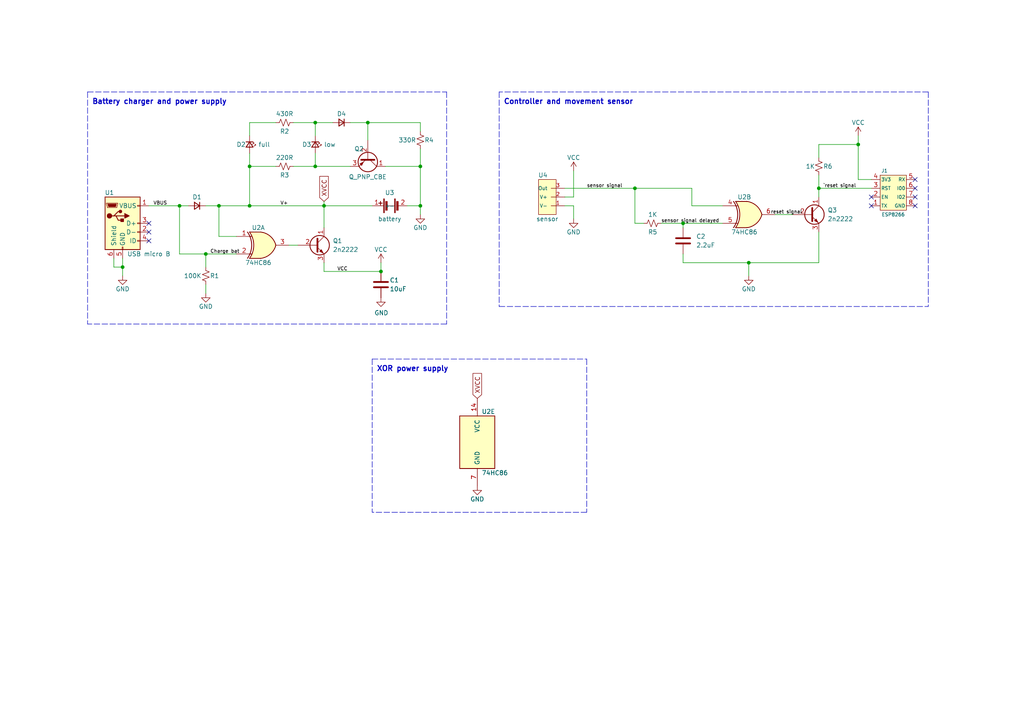
<source format=kicad_sch>
(kicad_sch (version 20211123) (generator eeschema)
  (paper "A4")
  (title_block (title "Movement sensor") (date "2022-08-06") (rev "v1.0") (company "Guillermo"))
  (lib_symbols
    (symbol "74xx:74HC86" (pin_names (offset 1.016))
      (property "Reference" "U" (at 0 1.27 0))
      (property "Value" "74HC86" (at 0 -1.27 0))
      (symbol "74HC86_1_0"
        (arc (start -4.4196 -3.81) (mid -3.2033 0) (end -4.4196 3.81) (stroke (width 0.254)))
        (arc (start -3.81 -3.81) (mid -2.589 0) (end -3.81 3.81) (stroke (width 0.254)))
        (arc (start -0.6096 -3.81) (mid 2.1842 -2.5851) (end 3.81 0) (stroke (width 0.254)) (fill (type background)))
        (polyline (pts (xy -3.81 -3.81) (xy -0.635 -3.81)) (stroke (width 0.254)) (fill (type background)))
        (polyline (pts (xy -3.81 3.81) (xy -0.635 3.81)) (stroke (width 0.254)) (fill (type background)))
        (polyline (pts (xy -0.635 3.81) (xy -3.81 3.81) (xy -3.81 3.81) (xy -3.556 3.4036) (xy -3.0226 2.2606) (xy -2.6924 1.0414) (xy -2.6162 -0.254) (xy -2.7686 -1.4986) (xy -3.175 -2.7178) (xy -3.81 -3.81) (xy -3.81 -3.81) (xy -0.635 -3.81)) (stroke (width -25.4)) (fill (type background)))
        (arc (start 3.81 0) (mid 2.1915 2.5936) (end -0.6096 3.81) (stroke (width 0.254)) (fill (type background)))
        (pin input line (at -7.62 2.54 0) (length 4.445) (name "~") (number "1"))
        (pin input line (at -7.62 -2.54 0) (length 4.445) (name "~") (number "2"))
        (pin output line (at 7.62 0 180) (length 3.81) (name "~") (number "3"))
      )
      (symbol "74HC86_1_1"
        (polyline (pts (xy -3.81 -2.54) (xy -3.175 -2.54)) (stroke (width 0.1524)))
        (polyline (pts (xy -3.81 2.54) (xy -3.175 2.54)) (stroke (width 0.1524)))
      )
      (symbol "74HC86_2_0"
        (arc (start -4.4196 -3.81) (mid -3.2033 0) (end -4.4196 3.81) (stroke (width 0.254)))
        (arc (start -3.81 -3.81) (mid -2.589 0) (end -3.81 3.81) (stroke (width 0.254)))
        (arc (start -0.6096 -3.81) (mid 2.1842 -2.5851) (end 3.81 0) (stroke (width 0.254)) (fill (type background)))
        (polyline (pts (xy -3.81 -3.81) (xy -0.635 -3.81)) (stroke (width 0.254)) (fill (type background)))
        (polyline (pts (xy -3.81 3.81) (xy -0.635 3.81)) (stroke (width 0.254)) (fill (type background)))
        (polyline (pts (xy -0.635 3.81) (xy -3.81 3.81) (xy -3.81 3.81) (xy -3.556 3.4036) (xy -3.0226 2.2606) (xy -2.6924 1.0414) (xy -2.6162 -0.254) (xy -2.7686 -1.4986) (xy -3.175 -2.7178) (xy -3.81 -3.81) (xy -3.81 -3.81) (xy -0.635 -3.81)) (stroke (width -25.4)) (fill (type background)))
        (arc (start 3.81 0) (mid 2.1915 2.5936) (end -0.6096 3.81) (stroke (width 0.254)) (fill (type background)))
        (pin input line (at -7.62 2.54 0) (length 4.445) (name "~") (number "4"))
        (pin input line (at -7.62 -2.54 0) (length 4.445) (name "~") (number "5"))
        (pin output line (at 7.62 0 180) (length 3.81) (name "~") (number "6"))
      )
      (symbol "74HC86_2_1"
        (polyline (pts (xy -3.81 -2.54) (xy -3.175 -2.54)) (stroke (width 0.1524)))
        (polyline (pts (xy -3.81 2.54) (xy -3.175 2.54)) (stroke (width 0.1524)))
      )
      (symbol "74HC86_3_0"
        (arc (start -4.4196 -3.81) (mid -3.2033 0) (end -4.4196 3.81) (stroke (width 0.254)))
        (arc (start -3.81 -3.81) (mid -2.589 0) (end -3.81 3.81) (stroke (width 0.254)))
        (arc (start -0.6096 -3.81) (mid 2.1842 -2.5851) (end 3.81 0) (stroke (width 0.254)) (fill (type background)))
        (polyline (pts (xy -3.81 -3.81) (xy -0.635 -3.81)) (stroke (width 0.254)) (fill (type background)))
        (polyline (pts (xy -3.81 3.81) (xy -0.635 3.81)) (stroke (width 0.254)) (fill (type background)))
        (polyline (pts (xy -0.635 3.81) (xy -3.81 3.81) (xy -3.81 3.81) (xy -3.556 3.4036) (xy -3.0226 2.2606) (xy -2.6924 1.0414) (xy -2.6162 -0.254) (xy -2.7686 -1.4986) (xy -3.175 -2.7178) (xy -3.81 -3.81) (xy -3.81 -3.81) (xy -0.635 -3.81)) (stroke (width -25.4)) (fill (type background)))
        (arc (start 3.81 0) (mid 2.1915 2.5936) (end -0.6096 3.81) (stroke (width 0.254)) (fill (type background)))
        (pin input line (at -7.62 -2.54 0) (length 4.445) (name "~") (number "10"))
        (pin output line (at 7.62 0 180) (length 3.81) (name "~") (number "8"))
        (pin input line (at -7.62 2.54 0) (length 4.445) (name "~") (number "9"))
      )
      (symbol "74HC86_3_1"
        (polyline (pts (xy -3.81 -2.54) (xy -3.175 -2.54)) (stroke (width 0.1524)))
        (polyline (pts (xy -3.81 2.54) (xy -3.175 2.54)) (stroke (width 0.1524)))
      )
      (symbol "74HC86_4_0"
        (arc (start -4.4196 -3.81) (mid -3.2033 0) (end -4.4196 3.81) (stroke (width 0.254)))
        (arc (start -3.81 -3.81) (mid -2.589 0) (end -3.81 3.81) (stroke (width 0.254)))
        (arc (start -0.6096 -3.81) (mid 2.1842 -2.5851) (end 3.81 0) (stroke (width 0.254)) (fill (type background)))
        (polyline (pts (xy -3.81 -3.81) (xy -0.635 -3.81)) (stroke (width 0.254)) (fill (type background)))
        (polyline (pts (xy -3.81 3.81) (xy -0.635 3.81)) (stroke (width 0.254)) (fill (type background)))
        (polyline (pts (xy -0.635 3.81) (xy -3.81 3.81) (xy -3.81 3.81) (xy -3.556 3.4036) (xy -3.0226 2.2606) (xy -2.6924 1.0414) (xy -2.6162 -0.254) (xy -2.7686 -1.4986) (xy -3.175 -2.7178) (xy -3.81 -3.81) (xy -3.81 -3.81) (xy -0.635 -3.81)) (stroke (width -25.4)) (fill (type background)))
        (arc (start 3.81 0) (mid 2.1915 2.5936) (end -0.6096 3.81) (stroke (width 0.254)) (fill (type background)))
        (pin output line (at 7.62 0 180) (length 3.81) (name "~") (number "11"))
        (pin input line (at -7.62 2.54 0) (length 4.445) (name "~") (number "12"))
        (pin input line (at -7.62 -2.54 0) (length 4.445) (name "~") (number "13"))
      )
      (symbol "74HC86_4_1"
        (polyline (pts (xy -3.81 -2.54) (xy -3.175 -2.54)) (stroke (width 0.1524)))
        (polyline (pts (xy -3.81 2.54) (xy -3.175 2.54)) (stroke (width 0.1524)))
      )
      (symbol "74HC86_5_0"
        (pin power_in line (at 0 12.7 270) (length 5.08) (name "VCC") (number "14"))
        (pin power_in line (at 0 -12.7 90) (length 5.08) (name "GND") (number "7"))
      )
      (symbol "74HC86_5_1"
        (rectangle (start -5.08 7.62) (end 5.08 -7.62) (stroke (width 0.254)) (fill (type background)))
      )
    )
    (symbol "Device:C" (pin_numbers hide) (pin_names (offset 0.254))
      (property "Reference" "C" (at 0.635 2.54 0))
      (property "Value" "C" (at 0.635 -2.54 0))
      (symbol "C_0_1"
        (polyline (pts (xy -2.032 -0.762) (xy 2.032 -0.762)) (stroke (width 0.508)))
        (polyline (pts (xy -2.032 0.762) (xy 2.032 0.762)) (stroke (width 0.508)))
      )
      (symbol "C_1_1"
        (pin passive line (at 0 3.81 270) (length 2.794) (name "~") (number "1"))
        (pin passive line (at 0 -3.81 90) (length 2.794) (name "~") (number "2"))
      )
    )
    (symbol "Device:D_Small" (pin_numbers hide) (pin_names (offset 0.254) hide)
      (property "Reference" "D" (at -1.27 2.032 0))
      (property "Value" "D_Small" (at -3.81 -2.032 0))
      (symbol "D_Small_0_1"
        (polyline (pts (xy -0.762 -1.016) (xy -0.762 1.016)) (stroke (width 0.254)))
        (polyline (pts (xy -0.762 0) (xy 0.762 0)))
        (polyline (pts (xy 0.762 -1.016) (xy -0.762 0) (xy 0.762 1.016) (xy 0.762 -1.016)) (stroke (width 0.254)))
      )
      (symbol "D_Small_1_1"
        (pin passive line (at -2.54 0 0) (length 1.778) (name "K") (number "1"))
        (pin passive line (at 2.54 0 180) (length 1.778) (name "A") (number "2"))
      )
    )
    (symbol "Device:LED_Small" (pin_numbers hide) (pin_names (offset 0.254) hide)
      (property "Reference" "D" (at -1.27 3.175 0))
      (property "Value" "LED_Small" (at -4.445 -2.54 0))
      (symbol "LED_Small_0_1"
        (polyline (pts (xy -0.762 -1.016) (xy -0.762 1.016)) (stroke (width 0.254)))
        (polyline (pts (xy 1.016 0) (xy -0.762 0)))
        (polyline (pts (xy 0.762 -1.016) (xy -0.762 0) (xy 0.762 1.016) (xy 0.762 -1.016)) (stroke (width 0.254)))
        (polyline (pts (xy 0 0.762) (xy -0.508 1.27) (xy -0.254 1.27) (xy -0.508 1.27) (xy -0.508 1.016)))
        (polyline (pts (xy 0.508 1.27) (xy 0 1.778) (xy 0.254 1.778) (xy 0 1.778) (xy 0 1.524)))
      )
      (symbol "LED_Small_1_1"
        (pin passive line (at -2.54 0 0) (length 1.778) (name "K") (number "1"))
        (pin passive line (at 2.54 0 180) (length 1.778) (name "A") (number "2"))
      )
    )
    (symbol "Device:Q_NPN_CBE" (pin_names (offset 0) hide)
      (property "Reference" "Q" (at 5.08 1.27 0))
      (property "Value" "Q_NPN_CBE" (at 5.08 -1.27 0))
      (symbol "Q_NPN_CBE_0_1"
        (polyline (pts (xy 0.635 0.635) (xy 2.54 2.54)))
        (polyline (pts (xy 0.635 -0.635) (xy 2.54 -2.54) (xy 2.54 -2.54)))
        (polyline (pts (xy 0.635 1.905) (xy 0.635 -1.905) (xy 0.635 -1.905)) (stroke (width 0.508)))
        (polyline (pts (xy 1.27 -1.778) (xy 1.778 -1.27) (xy 2.286 -2.286) (xy 1.27 -1.778) (xy 1.27 -1.778)) (fill (type outline)))
        (circle (center 1.27 0) (radius 2.8194) (stroke (width 0.254)))
      )
      (symbol "Q_NPN_CBE_1_1"
        (pin passive line (at 2.54 5.08 270) (length 2.54) (name "C") (number "1"))
        (pin input line (at -5.08 0 0) (length 5.715) (name "B") (number "2"))
        (pin passive line (at 2.54 -5.08 90) (length 2.54) (name "E") (number "3"))
      )
    )
    (symbol "Device:Q_PNP_CBE" (pin_names (offset 0) hide)
      (property "Reference" "Q" (at 5.08 1.27 0))
      (property "Value" "Q_PNP_CBE" (at 5.08 -1.27 0))
      (symbol "Q_PNP_CBE_0_1"
        (polyline (pts (xy 0.635 0.635) (xy 2.54 2.54)))
        (polyline (pts (xy 0.635 -0.635) (xy 2.54 -2.54) (xy 2.54 -2.54)))
        (polyline (pts (xy 0.635 1.905) (xy 0.635 -1.905) (xy 0.635 -1.905)) (stroke (width 0.508)))
        (polyline (pts (xy 2.286 -1.778) (xy 1.778 -2.286) (xy 1.27 -1.27) (xy 2.286 -1.778) (xy 2.286 -1.778)) (fill (type outline)))
        (circle (center 1.27 0) (radius 2.8194) (stroke (width 0.254)))
      )
      (symbol "Q_PNP_CBE_1_1"
        (pin passive line (at 2.54 5.08 270) (length 2.54) (name "C") (number "1"))
        (pin input line (at -5.08 0 0) (length 5.715) (name "B") (number "2"))
        (pin passive line (at 2.54 -5.08 90) (length 2.54) (name "E") (number "3"))
      )
    )
    (symbol "Device:R_Small_US" (pin_numbers hide) (pin_names (offset 0.254) hide)
      (property "Reference" "R" (at 0.762 0.508 0))
      (property "Value" "R_Small_US" (at 0.762 -1.016 0))
      (symbol "R_Small_US_1_1"
        (polyline (pts (xy 0 0) (xy 1.016 -0.381) (xy 0 -0.762) (xy -1.016 -1.143) (xy 0 -1.524)))
        (polyline (pts (xy 0 1.524) (xy 1.016 1.143) (xy 0 0.762) (xy -1.016 0.381) (xy 0 0)))
        (pin passive line (at 0 2.54 270) (length 1.016) (name "~") (number "1"))
        (pin passive line (at 0 -2.54 90) (length 1.016) (name "~") (number "2"))
      )
    )
    (symbol "GND_1" (power) (pin_names (offset 0))
      (property "Value" "GND_1" (at 0 -3.81 0))
      (symbol "GND_1_0_1"
        (polyline (pts (xy 0 0) (xy 0 -1.27) (xy 1.27 -1.27) (xy 0 -2.54) (xy -1.27 -1.27) (xy 0 -1.27)))
      )
      (symbol "GND_1_1_1"
        (pin power_in line (at 0 0 270) (length 0) hide (name "GND") (number "1"))
      )
    )
    (symbol "GND_2" (power) (pin_names (offset 0))
      (property "Value" "GND_2" (at 0 -3.81 0))
      (symbol "GND_2_0_1"
        (polyline (pts (xy 0 0) (xy 0 -1.27) (xy 1.27 -1.27) (xy 0 -2.54) (xy -1.27 -1.27) (xy 0 -1.27)))
      )
      (symbol "GND_2_1_1"
        (pin power_in line (at 0 0 270) (length 0) hide (name "GND") (number "1"))
      )
    )
    (symbol "GND_3" (power) (pin_names (offset 0))
      (property "Value" "GND_3" (at 0 -3.81 0))
      (symbol "GND_3_0_1"
        (polyline (pts (xy 0 0) (xy 0 -1.27) (xy 1.27 -1.27) (xy 0 -2.54) (xy -1.27 -1.27) (xy 0 -1.27)))
      )
      (symbol "GND_3_1_1"
        (pin power_in line (at 0 0 270) (length 0) hide (name "GND") (number "1"))
      )
    )
    (symbol "GND_4" (power) (pin_names (offset 0))
      (property "Value" "GND_4" (at 0 -3.81 0))
      (symbol "GND_4_0_1"
        (polyline (pts (xy 0 0) (xy 0 -1.27) (xy 1.27 -1.27) (xy 0 -2.54) (xy -1.27 -1.27) (xy 0 -1.27)))
      )
      (symbol "GND_4_1_1"
        (pin power_in line (at 0 0 270) (length 0) hide (name "GND") (number "1"))
      )
    )
    (symbol "local:ESP8266" (pin_names (offset 0.254))
      (property "Reference" "J" (at -3.0988 6.0198 0))
      (property "Value" "ESP8266" (at 0.6604 -6.1722 0))
      (symbol "ESP8266_0_1"
        (rectangle (start -3.81 5.08) (end 3.81 -5.08) (fill (type background)))
      )
      (symbol "ESP8266_1_1"
        (pin input line (at -6.35 -3.81 0) (length 2.54) (name "TX") (number "1"))
        (pin input line (at -6.35 -1.27 0) (length 2.54) (name "EN") (number "2"))
        (pin input line (at -6.35 1.27 0) (length 2.54) (name "RST") (number "3"))
        (pin input line (at -6.35 3.81 0) (length 2.54) (name "3V3") (number "4"))
        (pin input line (at 6.35 3.81 180) (length 2.54) (name "RX") (number "5"))
        (pin input line (at 6.35 1.27 180) (length 2.54) (name "I00") (number "6"))
        (pin input line (at 6.35 -1.27 180) (length 2.54) (name "I02") (number "7"))
        (pin input line (at 6.35 -3.81 180) (length 2.54) (name "GND") (number "8"))
      )
    )
    (symbol "local:battery" (pin_names (offset 1.016))
      (property "Reference" "U" (at -5.08 0 0))
      (property "Value" "battery" (at 6.35 0 0))
      (symbol "battery_1_1"
        (rectangle (start -2.032 -1.397) (end 2.032 -1.651) (fill (type outline)))
        (rectangle (start -2.032 1.778) (end 2.032 1.524) (fill (type outline)))
        (rectangle (start -1.3208 -1.9812) (end 1.27 -2.4892) (fill (type outline)))
        (rectangle (start -1.3208 1.1938) (end 1.27 0.6858) (fill (type outline)))
        (polyline (pts (xy 0 -1.524) (xy 0 -1.27)))
        (polyline (pts (xy 0 -1.016) (xy 0 -0.762)))
        (polyline (pts (xy 0 -0.508) (xy 0 -0.254)))
        (polyline (pts (xy 0 0) (xy 0 0.254)))
        (polyline (pts (xy 0 0.508) (xy 0 0.762)))
        (polyline (pts (xy 0 1.778) (xy 0 2.54)))
        (polyline (pts (xy 0.254 2.667) (xy 1.27 2.667)) (stroke (width 0.254)))
        (polyline (pts (xy 0.762 3.175) (xy 0.762 2.159)) (stroke (width 0.254)))
        (pin passive line (at 0 5.08 270) (length 2.54) (name "+") (number "1"))
        (pin passive line (at 0 -5.08 90) (length 2.54) (name "-") (number "2"))
      )
    )
    (symbol "local:movement-sensor" (pin_names (offset 1.016))
      (property "Reference" "U" (at 0 6.35 0))
      (property "Value" "movement-sensor" (at 0 -7.62 0))
      (symbol "movement-sensor_0_1"
        (rectangle (start -2.54 5.08) (end 2.54 -5.08) (fill (type background)))
      )
      (symbol "movement-sensor_1_1"
        (pin power_in line (at 5.08 -2.54 180) (length 3.9878) (name "V-") (number "1"))
        (pin power_in line (at 5.08 0 180) (length 3.9878) (name "V+") (number "2"))
        (pin power_in line (at 5.08 2.54 180) (length 3.9878) (name "Out") (number "3"))
      )
    )
    (symbol "local:usb-micro-B" (pin_names (offset 1.016))
      (property "Reference" "U" (at -3.81 8.89 0))
      (property "Value" "usb-micro-B" (at 7.62 -8.89 0))
      (symbol "usb-micro-B_1_1"
        (rectangle (start -5.08 -7.62) (end 5.08 7.62) (stroke (width 0.254)) (fill (type background)))
        (circle (center -3.81 2.159) (radius 0.635) (stroke (width 0.254)) (fill (type outline)))
        (circle (center -0.635 3.429) (radius 0.381) (stroke (width 0.254)) (fill (type outline)))
        (rectangle (start -0.127 -7.62) (end 0.127 -6.858))
        (polyline (pts (xy -1.905 2.159) (xy 0.635 2.159)) (stroke (width 0.254)))
        (polyline (pts (xy -3.175 2.159) (xy -2.54 2.159) (xy -1.27 3.429) (xy -0.635 3.429)) (stroke (width 0.254)))
        (polyline (pts (xy -2.54 2.159) (xy -1.905 2.159) (xy -1.27 0.889) (xy 0 0.889)) (stroke (width 0.254)))
        (polyline (pts (xy 0.635 2.794) (xy 0.635 1.524) (xy 1.905 2.159) (xy 0.635 2.794)) (stroke (width 0.254)) (fill (type outline)))
        (polyline (pts (xy -4.318 5.588) (xy -1.778 5.588) (xy -2.032 4.826) (xy -4.064 4.826) (xy -4.318 5.588)) (fill (type outline)))
        (polyline (pts (xy -4.699 5.842) (xy -4.699 5.588) (xy -4.445 4.826) (xy -4.445 4.572) (xy -1.651 4.572) (xy -1.651 4.826) (xy -1.397 5.588) (xy -1.397 5.842) (xy -4.699 5.842)))
        (rectangle (start 0.254 1.27) (end -0.508 0.508) (stroke (width 0.254)) (fill (type outline)))
        (rectangle (start 5.08 -5.207) (end 4.318 -4.953))
        (rectangle (start 5.08 -2.667) (end 4.318 -2.413))
        (rectangle (start 5.08 -0.127) (end 4.318 0.127))
        (rectangle (start 5.08 4.953) (end 4.318 5.207))
        (pin power_out line (at 7.62 5.08 180) (length 2.54) (name "VBUS") (number "1"))
        (pin passive line (at 7.62 -2.54 180) (length 2.54) (name "D-") (number "2"))
        (pin passive line (at 7.62 0 180) (length 2.54) (name "D+") (number "3"))
        (pin passive line (at 7.62 -5.08 180) (length 2.54) (name "ID") (number "4"))
        (pin power_out line (at 0 -10.16 90) (length 2.54) (name "GND") (number "5"))
        (pin passive line (at -2.54 -10.16 90) (length 2.54) (name "Shield") (number "6"))
      )
    )
    (symbol "power:VCC" (power) (pin_names (offset 0))
      (property "Value" "VCC" (at 0 3.81 0))
      (symbol "VCC_0_1"
        (polyline (pts (xy -0.762 1.27) (xy 0 2.54)))
        (polyline (pts (xy 0 0) (xy 0 2.54)))
        (polyline (pts (xy 0 2.54) (xy 0.762 1.27)))
      )
      (symbol "VCC_1_1"
        (pin power_in line (at 0 0 90) (length 0) hide (name "VCC") (number "1"))
      )
    )
  )
  (junction (at 184.15 54.61))
  (junction (at 121.92 59.69))
  (junction (at 237.49 54.61))
  (junction (at 217.17 76.2))
  (junction (at 93.98 59.69))
  (junction (at 110.49 78.74))
  (junction (at 52.07 59.69))
  (junction (at 63.5 59.69))
  (junction (at 198.12 64.77))
  (junction (at 35.56 77.47))
  (junction (at 59.69 73.66))
  (junction (at 91.44 48.26))
  (junction (at 121.92 48.26))
  (junction (at 248.92 41.91))
  (junction (at 72.39 59.69))
  (junction (at 72.39 48.26))
  (junction (at 106.68 35.56))
  (junction (at 91.44 35.56))
  (no_connect (at 43.18 69.85))
  (no_connect (at 43.18 67.31))
  (no_connect (at 43.18 64.77))
  (no_connect (at 265.43 54.61))
  (no_connect (at 265.43 52.07))
  (no_connect (at 252.73 57.15))
  (no_connect (at 252.73 59.69))
  (no_connect (at 265.43 59.69))
  (no_connect (at 265.43 57.15))
  (polyline (pts (xy 170.18 148.59) (xy 107.95 148.59)))
  (wire (pts (xy 72.39 35.56) (xy 80.01 35.56)))
  (wire (pts (xy 72.39 59.69) (xy 93.98 59.69)))
  (polyline (pts (xy 144.78 88.9) (xy 269.24 88.9)))
  (wire (pts (xy 85.09 48.26) (xy 91.44 48.26)))
  (wire (pts (xy 59.69 73.66) (xy 68.58 73.66)))
  (wire (pts (xy 106.68 35.56) (xy 121.92 35.56)))
  (wire (pts (xy 93.98 59.69) (xy 93.98 66.04)))
  (wire (pts (xy 43.18 59.69) (xy 52.07 59.69)))
  (wire (pts (xy 52.07 59.69) (xy 54.61 59.69)))
  (wire (pts (xy 91.44 35.56) (xy 91.44 39.37)))
  (wire (pts (xy 166.37 49.53) (xy 166.37 57.15)))
  (wire (pts (xy 237.49 54.61) (xy 237.49 57.15)))
  (wire (pts (xy 163.83 54.61) (xy 184.15 54.61)))
  (wire (pts (xy 217.17 76.2) (xy 237.49 76.2)))
  (wire (pts (xy 237.49 41.91) (xy 248.92 41.91)))
  (wire (pts (xy 33.02 77.47) (xy 35.56 77.47)))
  (wire (pts (xy 91.44 48.26) (xy 101.6 48.26)))
  (polyline (pts (xy 129.54 26.67) (xy 129.54 93.98)))
  (wire (pts (xy 72.39 44.45) (xy 72.39 48.26)))
  (wire (pts (xy 121.92 35.56) (xy 121.92 38.1)))
  (wire (pts (xy 248.92 41.91) (xy 248.92 52.07)))
  (wire (pts (xy 248.92 39.37) (xy 248.92 41.91)))
  (wire (pts (xy 186.69 64.77) (xy 184.15 64.77)))
  (wire (pts (xy 191.77 64.77) (xy 198.12 64.77)))
  (wire (pts (xy 121.92 48.26) (xy 121.92 59.69)))
  (polyline (pts (xy 107.95 104.14) (xy 170.18 104.14)))
  (wire (pts (xy 198.12 76.2) (xy 217.17 76.2)))
  (wire (pts (xy 106.68 35.56) (xy 106.68 40.64)))
  (wire (pts (xy 110.49 76.2) (xy 110.49 78.74)))
  (wire (pts (xy 72.39 48.26) (xy 72.39 59.69)))
  (wire (pts (xy 91.44 44.45) (xy 91.44 48.26)))
  (wire (pts (xy 166.37 63.5) (xy 166.37 59.69)))
  (wire (pts (xy 198.12 73.66) (xy 198.12 76.2)))
  (wire (pts (xy 237.49 67.31) (xy 237.49 76.2)))
  (wire (pts (xy 118.11 59.69) (xy 121.92 59.69)))
  (wire (pts (xy 93.98 78.74) (xy 110.49 78.74)))
  (wire (pts (xy 248.92 52.07) (xy 252.73 52.07)))
  (wire (pts (xy 111.76 48.26) (xy 121.92 48.26)))
  (wire (pts (xy 166.37 59.69) (xy 163.83 59.69)))
  (wire (pts (xy 59.69 82.55) (xy 59.69 85.09)))
  (wire (pts (xy 121.92 43.18) (xy 121.92 48.26)))
  (wire (pts (xy 101.6 35.56) (xy 106.68 35.56)))
  (wire (pts (xy 35.56 77.47) (xy 35.56 80.01)))
  (wire (pts (xy 68.58 68.58) (xy 63.5 68.58)))
  (polyline (pts (xy 25.4 26.67) (xy 129.54 26.67)))
  (wire (pts (xy 121.92 59.69) (xy 121.92 62.23)))
  (wire (pts (xy 63.5 59.69) (xy 72.39 59.69)))
  (wire (pts (xy 93.98 58.42) (xy 93.98 59.69)))
  (wire (pts (xy 52.07 73.66) (xy 59.69 73.66)))
  (wire (pts (xy 198.12 64.77) (xy 198.12 66.04)))
  (wire (pts (xy 237.49 45.72) (xy 237.49 41.91)))
  (polyline (pts (xy 269.24 26.67) (xy 144.78 26.67)))
  (wire (pts (xy 83.82 71.12) (xy 86.36 71.12)))
  (wire (pts (xy 224.79 62.23) (xy 229.87 62.23)))
  (wire (pts (xy 63.5 68.58) (xy 63.5 59.69)))
  (polyline (pts (xy 25.4 26.67) (xy 25.4 93.98)))
  (wire (pts (xy 59.69 73.66) (xy 59.69 77.47)))
  (wire (pts (xy 33.02 74.93) (xy 33.02 77.47)))
  (wire (pts (xy 52.07 59.69) (xy 52.07 73.66)))
  (wire (pts (xy 107.95 59.69) (xy 93.98 59.69)))
  (wire (pts (xy 59.69 59.69) (xy 63.5 59.69)))
  (wire (pts (xy 35.56 74.93) (xy 35.56 77.47)))
  (wire (pts (xy 91.44 35.56) (xy 96.52 35.56)))
  (polyline (pts (xy 107.95 104.14) (xy 107.95 148.59)))
  (wire (pts (xy 93.98 76.2) (xy 93.98 78.74)))
  (wire (pts (xy 85.09 35.56) (xy 91.44 35.56)))
  (wire (pts (xy 72.39 48.26) (xy 80.01 48.26)))
  (wire (pts (xy 237.49 50.8) (xy 237.49 54.61)))
  (wire (pts (xy 72.39 39.37) (xy 72.39 35.56)))
  (wire (pts (xy 166.37 57.15) (xy 163.83 57.15)))
  (wire (pts (xy 184.15 54.61) (xy 184.15 64.77)))
  (polyline (pts (xy 170.18 104.14) (xy 170.18 148.59)))
  (wire (pts (xy 198.12 64.77) (xy 209.55 64.77)))
  (wire (pts (xy 200.66 54.61) (xy 200.66 59.69)))
  (wire (pts (xy 252.73 54.61) (xy 237.49 54.61)))
  (polyline (pts (xy 129.54 93.98) (xy 25.4 93.98)))
  (polyline (pts (xy 269.24 26.67) (xy 269.24 88.9)))
  (polyline (pts (xy 144.78 26.67) (xy 144.78 88.9)))
  (wire (pts (xy 200.66 59.69) (xy 209.55 59.69)))
  (wire (pts (xy 217.17 76.2) (xy 217.17 80.01)))
  (wire (pts (xy 184.15 54.61) (xy 200.66 54.61)))
  (text "XOR power supply" (at 109.22 107.95 0) (effects (font (size 1.5 1.5) bold) (justify left bottom)))
  (text "Battery charger and power supply" (at 26.67 30.48 0) (effects (font (size 1.5 1.5) bold) (justify left bottom)))
  (text "Controller and movement sensor" (at 146.05 30.48 0) (effects (font (size 1.5 1.5) bold) (justify left bottom)))
  (label "VCC" (at 97.79 78.74 0) (effects (font (size 1 1))))
  (label "V+" (at 81.28 59.69 0) (effects (font (size 1 1))))
  (label "sensor signal" (at 170.18 54.61 0) (effects (font (size 1 1))))
  (label "Charge bat" (at 60.96 73.66 0) (effects (font (size 1 1))))
  (label "`reset signal" (at 238.76 54.61 0) (effects (font (size 1 1))))
  (label "sensor signal delayed" (at 191.77 64.77 0) (effects (font (size 1 1))))
  (label "reset signal" (at 223.52 62.23 0) (effects (font (size 1 1))))
  (label "VBUS" (at 44.45 59.69 0) (effects (font (size 1 1))))
  (global_label "XVCC" (shape input) (at 93.98 58.42 90) (property "Intersheet References" "${INTERSHEET_REFS}" (effects hide)))
  (global_label "XVCC" (shape input) (at 138.43 115.57 90) (property "Intersheet References" "${INTERSHEET_REFS}" (effects hide)))
  (symbol (lib_name "GND_3") (lib_id "power:GND") (at 217.17 80.01 0) (unit 1)
    (property "Reference" "#PWR011" (effects hide))
    (property "Value" "GND" (at 217.17 83.82 0))
  )
  (symbol (lib_id "local:ESP8266") (at 259.08 55.88 0) (unit 1)
    (property "Reference" "J1" (at 256.54 49.53 0) (effects (font (size 0.9906 0.9906))))
    (property "Value" "ESP8266" (at 259.08 62.23 0) (effects (font (size 0.9906 0.9906))))
    (property "Footprint" "Connector_PinSocket_2.54mm:PinSocket_2x04_P2.54mm_Vertical" (effects hide))
  )
  (symbol (lib_id "local:battery") (at 113.03 59.69 90) (unit 1)
    (property "Reference" "U3" (at 113.03 55.88 90))
    (property "Value" "battery" (at 113.03 63.5 90))
    (property "Footprint" "Connector_PinSocket_2.54mm:PinSocket_1x02_P2.54mm_Vertical" (effects hide))
  )
  (symbol (lib_name "GND_1") (lib_id "power:GND") (at 121.92 62.23 0) (unit 1)
    (property "Reference" "#PWR06" (effects hide))
    (property "Value" "GND" (at 121.92 66.04 0))
  )
  (symbol (lib_id "local:usb-micro-B") (at 35.56 64.77 0) (unit 1)
    (property "Reference" "U1" (at 31.75 55.88 0))
    (property "Value" "USB micro B" (at 43.18 73.66 0))
    (property "Footprint" "Connector_USB:USB_Micro-B_Wuerth_614105150721_Vertical" (effects hide))
  )
  (symbol (lib_id "local:movement-sensor") (at 158.75 57.15 0) (unit 1)
    (property "Reference" "U4" (at 157.48 50.8 0))
    (property "Value" "sensor" (at 158.75 63.5 0))
    (property "Footprint" "Connector_PinSocket_2.54mm:PinSocket_1x03_P2.54mm_Vertical" (effects hide))
  )
  (symbol (lib_name "GND_2") (lib_id "power:GND") (at 166.37 63.5 0) (unit 1)
    (property "Reference" "#PWR010" (effects hide))
    (property "Value" "GND" (at 166.37 67.31 0))
  )
  (symbol (lib_name "GND_1") (lib_id "power:GND") (at 35.56 80.01 0) (unit 1)
    (property "Reference" "#PWR01" (effects hide))
    (property "Value" "GND" (at 35.56 83.82 0))
  )
  (symbol (lib_name "GND_4") (lib_id "power:GND") (at 110.49 86.36 0) (unit 1)
    (property "Reference" "#PWR05" (effects hide))
    (property "Value" "GND" (at 110.617 90.7542 0))
  )
  (symbol (lib_id "Device:R_Small_US") (at 82.55 48.26 90) (unit 1)
    (property "Reference" "R3" (at 82.55 50.8 90))
    (property "Value" "220R" (at 82.55 45.72 90))
  )
  (symbol (lib_id "Device:R_Small_US") (at 82.55 35.56 90) (unit 1)
    (property "Reference" "R2" (at 82.55 38.1 90))
    (property "Value" "430R" (at 82.55 33.02 90))
  )
  (symbol (lib_id "Device:R_Small_US") (at 59.69 80.01 180) (unit 1)
    (property "Reference" "R1" (at 62.23 80.01 0))
    (property "Value" "100K" (at 55.88 80.01 0))
  )
  (symbol (lib_id "Device:LED_Small") (at 91.44 41.91 270) (unit 1)
    (property "Reference" "D3" (at 87.63 41.91 90) (effects (justify left)))
    (property "Value" "low" (at 93.98 41.91 90) (effects (justify left)))
  )
  (symbol (lib_id "Device:D_Small") (at 99.06 35.56 180) (unit 1)
    (property "Reference" "D4" (at 99.06 33.02 0))
    (property "Value" "dir" (effects hide))
  )
  (symbol (lib_id "Device:Q_NPN_CBE") (at 91.44 71.12 0) (unit 1)
    (property "Reference" "Q1" (at 96.52 69.8499 0) (effects (justify left)))
    (property "Value" "2n2222" (at 96.52 72.3899 0) (effects (justify left)))
  )
  (symbol (lib_id "Device:R_Small_US") (at 189.23 64.77 270) (unit 1)
    (property "Reference" "R5" (at 187.96 67.31 90) (effects (justify left)))
    (property "Value" "1K" (at 187.96 62.23 90) (effects (justify left)))
  )
  (symbol (lib_id "Device:C") (at 110.49 82.55 0) (unit 1)
    (property "Reference" "C1" (at 113.03 81.28 0) (effects (justify left)))
    (property "Value" "10uF" (at 113.03 83.82 0) (effects (justify left)))
    (property "Footprint" "Capacitor_SMD:C_1206_3216Metric_Pad1.33x1.80mm_HandSolder" (effects hide))
  )
  (symbol (lib_id "Device:R_Small_US") (at 121.92 40.64 180) (unit 1)
    (property "Reference" "R4" (at 124.46 40.64 0))
    (property "Value" "330R" (at 118.11 40.64 0))
  )
  (symbol (lib_id "74xx:74HC86") (at 138.43 128.27 0) (unit 5)
    (property "Reference" "U2" (at 139.7 119.38 0) (effects (justify left)))
    (property "Value" "74HC86" (at 139.7 137.16 0) (effects (justify left)))
    (property "Datasheet" "http://www.ti.com/lit/gpn/sn74HC86" (effects hide))
  )
  (symbol (lib_id "74xx:74HC86") (at 76.2 71.12 0) (unit 1)
    (property "Reference" "U2" (at 74.93 66.04 0))
    (property "Value" "74HC86" (at 74.93 76.2 0))
    (property "Datasheet" "http://www.ti.com/lit/gpn/sn74HC86" (effects hide))
  )
  (symbol (lib_id "Device:D_Small") (at 57.15 59.69 180) (unit 1)
    (property "Reference" "D1" (at 57.15 57.15 0))
    (property "Value" "D_Small" (effects hide))
  )
  (symbol (lib_id "Device:Q_NPN_CBE") (at 234.95 62.23 0) (unit 1)
    (property "Reference" "Q3" (at 240.03 60.9599 0) (effects (justify left)))
    (property "Value" "2n2222" (at 240.03 63.4999 0) (effects (justify left)))
  )
  (symbol (lib_id "power:VCC") (at 110.49 76.2 0) (unit 1)
    (property "Reference" "#PWR04" (effects hide))
    (property "Value" "VCC" (at 110.49 72.39 0))
  )
  (symbol (lib_id "power:VCC") (at 166.37 49.53 0) (unit 1)
    (property "Reference" "#PWR09" (effects hide))
    (property "Value" "VCC" (at 166.37 45.72 0))
  )
  (symbol (lib_id "Device:C") (at 198.12 69.85 0) (unit 1)
    (property "Reference" "C2" (at 201.93 68.5799 0) (effects (justify left)))
    (property "Value" "2.2uF" (at 201.93 71.1199 0) (effects (justify left)))
    (property "Footprint" "Capacitor_SMD:C_1206_3216Metric_Pad1.33x1.80mm_HandSolder" (effects hide))
  )
  (symbol (lib_id "Device:Q_PNP_CBE") (at 106.68 45.72 270) (unit 1)
    (property "Reference" "Q2" (at 104.14 43.18 90))
    (property "Value" "Q_PNP_CBE" (at 106.6649 51.3144 90))
  )
  (symbol (lib_id "Device:LED_Small") (at 72.39 41.91 270) (unit 1)
    (property "Reference" "D2" (at 68.58 41.91 90) (effects (justify left)))
    (property "Value" "full" (at 74.93 41.91 90) (effects (justify left)))
  )
  (symbol (lib_name "GND_1") (lib_id "power:GND") (at 59.69 85.09 0) (unit 1)
    (property "Reference" "#PWR02" (effects hide))
    (property "Value" "GND" (at 59.69 88.9 0))
  )
  (symbol (lib_id "power:VCC") (at 248.92 39.37 0) (unit 1)
    (property "Reference" "#PWR012" (effects hide))
    (property "Value" "VCC" (at 248.92 35.56 0))
  )
  (symbol (lib_id "74xx:74HC86") (at 217.17 62.23 0) (unit 2)
    (property "Reference" "U2" (at 215.9 57.15 0))
    (property "Value" "74HC86" (at 215.9 67.31 0))
    (property "Datasheet" "http://www.ti.com/lit/gpn/sn74HC86" (effects hide))
  )
  (symbol (lib_name "GND_1") (lib_id "power:GND") (at 138.43 140.97 0) (unit 1)
    (property "Reference" "#PWR08" (effects hide))
    (property "Value" "GND" (at 138.43 144.78 0))
  )
  (symbol (lib_id "Device:R_Small_US") (at 237.49 48.26 0) (unit 1)
    (property "Reference" "R6" (at 238.76 48.26 0) (effects (justify left)))
    (property "Value" "1K" (at 233.68 48.26 0) (effects (justify left)))
  )
)
</source>
